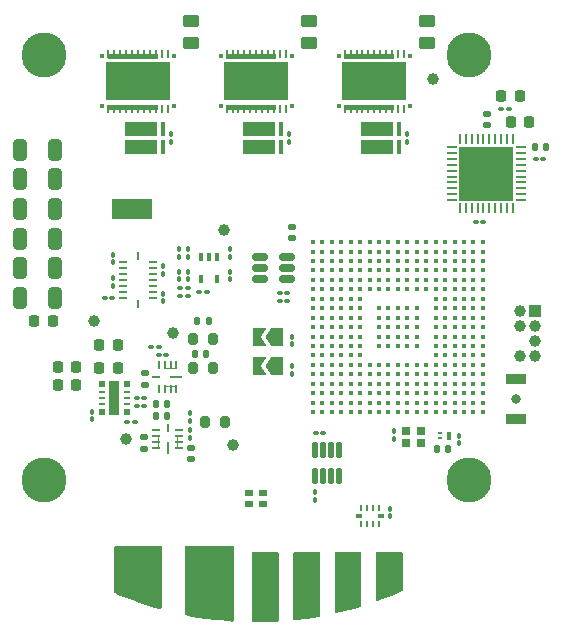
<source format=gts>
%TF.GenerationSoftware,KiCad,Pcbnew,8.0.7-8.0.7-0~ubuntu22.04.1*%
%TF.CreationDate,2024-12-19T17:18:25+01:00*%
%TF.ProjectId,omodri_sa_laas,6f6d6f64-7269-45f7-9361-5f6c6161732e,1.0*%
%TF.SameCoordinates,Original*%
%TF.FileFunction,Soldermask,Top*%
%TF.FilePolarity,Negative*%
%FSLAX46Y46*%
G04 Gerber Fmt 4.6, Leading zero omitted, Abs format (unit mm)*
G04 Created by KiCad (PCBNEW 8.0.7-8.0.7-0~ubuntu22.04.1) date 2024-12-19 17:18:25*
%MOMM*%
%LPD*%
G01*
G04 APERTURE LIST*
G04 Aperture macros list*
%AMRoundRect*
0 Rectangle with rounded corners*
0 $1 Rounding radius*
0 $2 $3 $4 $5 $6 $7 $8 $9 X,Y pos of 4 corners*
0 Add a 4 corners polygon primitive as box body*
4,1,4,$2,$3,$4,$5,$6,$7,$8,$9,$2,$3,0*
0 Add four circle primitives for the rounded corners*
1,1,$1+$1,$2,$3*
1,1,$1+$1,$4,$5*
1,1,$1+$1,$6,$7*
1,1,$1+$1,$8,$9*
0 Add four rect primitives between the rounded corners*
20,1,$1+$1,$2,$3,$4,$5,0*
20,1,$1+$1,$4,$5,$6,$7,0*
20,1,$1+$1,$6,$7,$8,$9,0*
20,1,$1+$1,$8,$9,$2,$3,0*%
%AMFreePoly0*
4,1,6,1.000000,0.000000,0.500000,-0.750000,-0.500000,-0.750000,-0.500000,0.750000,0.500000,0.750000,1.000000,0.000000,1.000000,0.000000,$1*%
%AMFreePoly1*
4,1,6,0.500000,-0.750000,-0.650000,-0.750000,-0.150000,0.000000,-0.650000,0.750000,0.500000,0.750000,0.500000,-0.750000,0.500000,-0.750000,$1*%
G04 Aperture macros list end*
%ADD10C,0.120000*%
%ADD11RoundRect,0.140000X0.140000X0.170000X-0.140000X0.170000X-0.140000X-0.170000X0.140000X-0.170000X0*%
%ADD12RoundRect,0.100000X-0.130000X-0.100000X0.130000X-0.100000X0.130000X0.100000X-0.130000X0.100000X0*%
%ADD13RoundRect,0.250000X-0.325000X-0.650000X0.325000X-0.650000X0.325000X0.650000X-0.325000X0.650000X0*%
%ADD14RoundRect,0.225000X-0.225000X-0.250000X0.225000X-0.250000X0.225000X0.250000X-0.225000X0.250000X0*%
%ADD15RoundRect,0.100000X0.100000X-0.130000X0.100000X0.130000X-0.100000X0.130000X-0.100000X-0.130000X0*%
%ADD16RoundRect,0.200000X-0.200000X-0.275000X0.200000X-0.275000X0.200000X0.275000X-0.200000X0.275000X0*%
%ADD17RoundRect,0.100000X-0.100000X0.130000X-0.100000X-0.130000X0.100000X-0.130000X0.100000X0.130000X0*%
%ADD18R,0.250000X0.800000*%
%ADD19R,0.250000X0.700000*%
%ADD20R,1.100000X0.250000*%
%ADD21R,0.700000X0.250000*%
%ADD22R,2.700000X1.150000*%
%ADD23R,0.350000X1.150000*%
%ADD24R,0.250000X0.550000*%
%ADD25R,0.200000X0.550000*%
%ADD26R,0.600000X0.300000*%
%ADD27R,0.249999X0.700001*%
%ADD28R,0.375001X0.429999*%
%ADD29R,5.399999X3.300001*%
%ADD30RoundRect,0.100000X0.130000X0.100000X-0.130000X0.100000X-0.130000X-0.100000X0.130000X-0.100000X0*%
%ADD31C,2.600000*%
%ADD32C,3.800000*%
%ADD33RoundRect,0.250000X-0.450000X0.262500X-0.450000X-0.262500X0.450000X-0.262500X0.450000X0.262500X0*%
%ADD34R,0.675000X0.250000*%
%ADD35R,0.250000X0.675000*%
%ADD36RoundRect,0.125000X-0.125000X0.537500X-0.125000X-0.537500X0.125000X-0.537500X0.125000X0.537500X0*%
%ADD37R,0.400000X0.250000*%
%ADD38R,0.400000X0.700000*%
%ADD39R,0.800000X0.250000*%
%ADD40R,0.250000X1.100000*%
%ADD41RoundRect,0.147500X0.147500X0.172500X-0.147500X0.172500X-0.147500X-0.172500X0.147500X-0.172500X0*%
%ADD42RoundRect,0.140000X-0.170000X0.140000X-0.170000X-0.140000X0.170000X-0.140000X0.170000X0.140000X0*%
%ADD43R,0.550000X0.550000*%
%ADD44R,0.550000X0.250000*%
%ADD45R,0.900000X2.900000*%
%ADD46R,1.000000X1.000000*%
%ADD47C,1.000000*%
%ADD48R,0.800000X0.700000*%
%ADD49RoundRect,0.140000X0.170000X-0.140000X0.170000X0.140000X-0.170000X0.140000X-0.170000X-0.140000X0*%
%ADD50C,0.400000*%
%ADD51RoundRect,0.150000X-0.512500X-0.150000X0.512500X-0.150000X0.512500X0.150000X-0.512500X0.150000X0*%
%ADD52R,0.762000X0.508000*%
%ADD53RoundRect,0.225000X0.225000X0.250000X-0.225000X0.250000X-0.225000X-0.250000X0.225000X-0.250000X0*%
%ADD54FreePoly0,180.000000*%
%ADD55FreePoly1,180.000000*%
%ADD56RoundRect,0.062500X-0.062500X0.350000X-0.062500X-0.350000X0.062500X-0.350000X0.062500X0.350000X0*%
%ADD57RoundRect,0.062500X-0.350000X0.062500X-0.350000X-0.062500X0.350000X-0.062500X0.350000X0.062500X0*%
%ADD58R,4.600000X4.600000*%
%ADD59RoundRect,0.140000X-0.140000X-0.170000X0.140000X-0.170000X0.140000X0.170000X-0.140000X0.170000X0*%
%ADD60C,0.800000*%
%ADD61R,1.700000X0.900000*%
%ADD62R,3.400000X1.800000*%
%ADD63RoundRect,0.100000X-0.100000X0.225000X-0.100000X-0.225000X0.100000X-0.225000X0.100000X0.225000X0*%
G04 APERTURE END LIST*
D10*
%TO.C,U13*%
X142250000Y-128475000D02*
X143250000Y-128475000D01*
X142250000Y-130025000D02*
X143250000Y-130025000D01*
%TO.C,Q1*%
X161575000Y-102200000D02*
X157425000Y-102200000D01*
X157425000Y-101900000D01*
X161575000Y-101900000D01*
X161575000Y-102200000D01*
G36*
X161575000Y-102200000D02*
G01*
X157425000Y-102200000D01*
X157425000Y-101900000D01*
X161575000Y-101900000D01*
X161575000Y-102200000D01*
G37*
X161575000Y-106500000D02*
X157425000Y-106500000D01*
X157425000Y-106200000D01*
X161575000Y-106200000D01*
X161575000Y-106500000D01*
G36*
X161575000Y-106500000D02*
G01*
X157425000Y-106500000D01*
X157425000Y-106200000D01*
X161575000Y-106200000D01*
X161575000Y-106500000D01*
G37*
%TO.C,Q2*%
X151575000Y-102200000D02*
X147425000Y-102200000D01*
X147425000Y-101900000D01*
X151575000Y-101900000D01*
X151575000Y-102200000D01*
G36*
X151575000Y-102200000D02*
G01*
X147425000Y-102200000D01*
X147425000Y-101900000D01*
X151575000Y-101900000D01*
X151575000Y-102200000D01*
G37*
X151575000Y-106500000D02*
X147425000Y-106500000D01*
X147425000Y-106200000D01*
X151575000Y-106200000D01*
X151575000Y-106500000D01*
G36*
X151575000Y-106500000D02*
G01*
X147425000Y-106500000D01*
X147425000Y-106200000D01*
X151575000Y-106200000D01*
X151575000Y-106500000D01*
G37*
%TO.C,Q3*%
X141575000Y-102200000D02*
X137425000Y-102200000D01*
X137425000Y-101900000D01*
X141575000Y-101900000D01*
X141575000Y-102200000D01*
G36*
X141575000Y-102200000D02*
G01*
X137425000Y-102200000D01*
X137425000Y-101900000D01*
X141575000Y-101900000D01*
X141575000Y-102200000D01*
G37*
X141575000Y-106500000D02*
X137425000Y-106500000D01*
X137425000Y-106200000D01*
X141575000Y-106200000D01*
X141575000Y-106500000D01*
G36*
X141575000Y-106500000D02*
G01*
X137425000Y-106500000D01*
X137425000Y-106200000D01*
X141575000Y-106200000D01*
X141575000Y-106500000D01*
G37*
%TO.C,U14*%
X141725000Y-134250000D02*
X141725000Y-135250000D01*
X143275000Y-134250000D02*
X143275000Y-135250000D01*
%TD*%
D11*
%TO.C,C51*%
X174580000Y-109750000D03*
X173620000Y-109750000D03*
%TD*%
D12*
%TO.C,C50*%
X170750000Y-106500000D03*
X171390000Y-106500000D03*
%TD*%
%TO.C,C48*%
X168610000Y-116100000D03*
X169250000Y-116100000D03*
%TD*%
D13*
%TO.C,C76*%
X130025000Y-110000000D03*
X132975000Y-110000000D03*
%TD*%
D14*
%TO.C,C53*%
X171575000Y-107600000D03*
X173125000Y-107600000D03*
%TD*%
D12*
%TO.C,C52*%
X173680000Y-110750000D03*
X174320000Y-110750000D03*
%TD*%
D13*
%TO.C,C71*%
X130025000Y-122500000D03*
X132975000Y-122500000D03*
%TD*%
D15*
%TO.C,C66*%
X137900000Y-121500000D03*
X137900000Y-120860000D03*
%TD*%
%TO.C,C55*%
X152800000Y-109320000D03*
X152800000Y-108680000D03*
%TD*%
D16*
%TO.C,FB3*%
X145675000Y-133000000D03*
X147325000Y-133000000D03*
%TD*%
D17*
%TO.C,R1*%
X142100000Y-122180000D03*
X142100000Y-122820000D03*
%TD*%
D18*
%TO.C,U13*%
X141750000Y-130200000D03*
D19*
X142250000Y-130250000D03*
X142750000Y-130250000D03*
X143250000Y-130250000D03*
D20*
X143250000Y-129250000D03*
D19*
X143250000Y-128250000D03*
X142750000Y-128250000D03*
X142250000Y-128250000D03*
X141750000Y-128250000D03*
D21*
X141550000Y-129250000D03*
%TD*%
D22*
%TO.C,R27*%
X140275000Y-108225000D03*
D23*
X142100000Y-108225000D03*
X142100000Y-109775000D03*
D22*
X140275000Y-109775000D03*
%TD*%
D24*
%TO.C,U5*%
X160400000Y-140325000D03*
D25*
X159900000Y-140325000D03*
X159400000Y-140325000D03*
D24*
X158900000Y-140325000D03*
D26*
X158750000Y-141000000D03*
D24*
X158900000Y-141675000D03*
D25*
X159400000Y-141675000D03*
X159900000Y-141675000D03*
D24*
X160400000Y-141675000D03*
D26*
X160550000Y-141000000D03*
%TD*%
D27*
%TO.C,Q1*%
X162500000Y-101850000D03*
X162000001Y-101850000D03*
X161500000Y-101850000D03*
X161000001Y-101850000D03*
X160499999Y-101850000D03*
X160000000Y-101850000D03*
X159500001Y-101850000D03*
X158999999Y-101850000D03*
X158500000Y-101850000D03*
X157999999Y-101850000D03*
X157500000Y-101850000D03*
X157500000Y-106550000D03*
X157999999Y-106550000D03*
X158500000Y-106550000D03*
X158999999Y-106550000D03*
X159500001Y-106550000D03*
X160000000Y-106550000D03*
X160499999Y-106550000D03*
X161000001Y-106550000D03*
X161500000Y-106550000D03*
X162000001Y-106550000D03*
X162500000Y-106550000D03*
D28*
X163012999Y-102085000D03*
X156987001Y-102085000D03*
X156987001Y-106315000D03*
X163012999Y-106315000D03*
D29*
X160000000Y-104200000D03*
%TD*%
D30*
%TO.C,R43*%
X139715000Y-133000000D03*
X139075000Y-133000000D03*
%TD*%
%TO.C,R44*%
X140520000Y-131700000D03*
X139880000Y-131700000D03*
%TD*%
D31*
%TO.C,H1*%
X132000000Y-137950000D03*
D32*
X132000000Y-137950000D03*
%TD*%
D33*
%TO.C,R15*%
X164500000Y-99087500D03*
X164500000Y-100912500D03*
%TD*%
D22*
%TO.C,R16*%
X160275000Y-108225000D03*
D23*
X162100000Y-108225000D03*
X162100000Y-109775000D03*
D22*
X160275000Y-109775000D03*
%TD*%
D17*
%TO.C,R52*%
X147800000Y-118410000D03*
X147800000Y-119050000D03*
%TD*%
D15*
%TO.C,C63*%
X161350000Y-141000000D03*
X161350000Y-140360000D03*
%TD*%
%TO.C,R50*%
X143500000Y-119050000D03*
X143500000Y-118410000D03*
%TD*%
%TO.C,C65*%
X142100000Y-120500000D03*
X142100000Y-119860000D03*
%TD*%
D34*
%TO.C,U7*%
X141262500Y-119500000D03*
X141262500Y-120000000D03*
X141262500Y-120500000D03*
X141262500Y-121000000D03*
X141262500Y-121500000D03*
X141262500Y-122000000D03*
X141262500Y-122500000D03*
D35*
X140000000Y-123012500D03*
D34*
X138737500Y-122500000D03*
X138737500Y-122000000D03*
X138737500Y-121500000D03*
X138737500Y-121000000D03*
X138737500Y-120500000D03*
X138737500Y-120000000D03*
X138737500Y-119500000D03*
D35*
X140000000Y-118987500D03*
%TD*%
D15*
%TO.C,R49*%
X144400000Y-132920000D03*
X144400000Y-132280000D03*
%TD*%
%TO.C,R37*%
X167200000Y-134820000D03*
X167200000Y-134180000D03*
%TD*%
D17*
%TO.C,R53*%
X144200000Y-118410000D03*
X144200000Y-119050000D03*
%TD*%
D16*
%TO.C,FB1*%
X144675000Y-128500000D03*
X146325000Y-128500000D03*
%TD*%
%TO.C,FB2*%
X144675000Y-126000000D03*
X146325000Y-126000000D03*
%TD*%
D15*
%TO.C,R30*%
X155025000Y-139620000D03*
X155025000Y-138980000D03*
%TD*%
D33*
%TO.C,R18*%
X154500000Y-99087500D03*
X154500000Y-100912500D03*
%TD*%
D36*
%TO.C,U4*%
X156975000Y-135362500D03*
X156325000Y-135362500D03*
X155675000Y-135362500D03*
X155025000Y-135362500D03*
X155025000Y-137637500D03*
X155675000Y-137637500D03*
X156325000Y-137637500D03*
X156975000Y-137637500D03*
%TD*%
D22*
%TO.C,R19*%
X150275000Y-108225000D03*
D23*
X152100000Y-108225000D03*
X152100000Y-109775000D03*
D22*
X150275000Y-109775000D03*
%TD*%
D30*
%TO.C,R45*%
X140520000Y-131000000D03*
X139880000Y-131000000D03*
%TD*%
D15*
%TO.C,C47*%
X162800000Y-109320000D03*
X162800000Y-108680000D03*
%TD*%
D27*
%TO.C,Q2*%
X152500000Y-101850000D03*
X152000001Y-101850000D03*
X151500000Y-101850000D03*
X151000001Y-101850000D03*
X150499999Y-101850000D03*
X150000000Y-101850000D03*
X149500001Y-101850000D03*
X148999999Y-101850000D03*
X148500000Y-101850000D03*
X147999999Y-101850000D03*
X147500000Y-101850000D03*
X147500000Y-106550000D03*
X147999999Y-106550000D03*
X148500000Y-106550000D03*
X148999999Y-106550000D03*
X149500001Y-106550000D03*
X150000000Y-106550000D03*
X150499999Y-106550000D03*
X151000001Y-106550000D03*
X151500000Y-106550000D03*
X152000001Y-106550000D03*
X152500000Y-106550000D03*
D28*
X153012999Y-102085000D03*
X146987001Y-102085000D03*
X146987001Y-106315000D03*
X153012999Y-106315000D03*
D29*
X150000000Y-104200000D03*
%TD*%
D27*
%TO.C,Q3*%
X142500000Y-101850000D03*
X142000001Y-101850000D03*
X141500000Y-101850000D03*
X141000001Y-101850000D03*
X140499999Y-101850000D03*
X140000000Y-101850000D03*
X139500001Y-101850000D03*
X138999999Y-101850000D03*
X138500000Y-101850000D03*
X137999999Y-101850000D03*
X137500000Y-101850000D03*
X137500000Y-106550000D03*
X137999999Y-106550000D03*
X138500000Y-106550000D03*
X138999999Y-106550000D03*
X139500001Y-106550000D03*
X140000000Y-106550000D03*
X140499999Y-106550000D03*
X141000001Y-106550000D03*
X141500000Y-106550000D03*
X142000001Y-106550000D03*
X142500000Y-106550000D03*
D28*
X143012999Y-102085000D03*
X136987001Y-102085000D03*
X136987001Y-106315000D03*
X143012999Y-106315000D03*
D29*
X140000000Y-104200000D03*
%TD*%
D37*
%TO.C,Q4*%
X165600000Y-133955000D03*
X165600000Y-134405000D03*
D38*
X166300000Y-134180000D03*
%TD*%
D17*
%TO.C,R54*%
X144200000Y-120310000D03*
X144200000Y-120950000D03*
%TD*%
D39*
%TO.C,U14*%
X141550000Y-133750000D03*
D21*
X141500000Y-134250000D03*
X141500000Y-134750000D03*
X141500000Y-135250000D03*
D40*
X142500000Y-135250000D03*
D21*
X143500000Y-135250000D03*
X143500000Y-134750000D03*
X143500000Y-134250000D03*
X143500000Y-133750000D03*
D19*
X142500000Y-133550000D03*
%TD*%
D14*
%TO.C,C49*%
X170750000Y-105400000D03*
X172300000Y-105400000D03*
%TD*%
D41*
%TO.C,D6*%
X166285000Y-135280000D03*
X165315000Y-135280000D03*
%TD*%
D42*
%TO.C,C45*%
X169565000Y-106940000D03*
X169565000Y-107900000D03*
%TD*%
D43*
%TO.C,U12*%
X136925000Y-129837500D03*
D44*
X136925000Y-130500000D03*
X136925000Y-131000000D03*
X136925000Y-131500000D03*
D43*
X136925000Y-132162500D03*
X139075000Y-132162500D03*
D44*
X139075000Y-131500000D03*
X139075000Y-131000000D03*
X139075000Y-130500000D03*
D43*
X139075000Y-129837500D03*
D45*
X138000000Y-131000000D03*
%TD*%
D46*
%TO.C,J3*%
X173635000Y-123595000D03*
D47*
X172365000Y-123595000D03*
X173635000Y-124865000D03*
X172365000Y-124865000D03*
X173635000Y-126135000D03*
X173635000Y-127405000D03*
X172365000Y-127405000D03*
%TD*%
D30*
%TO.C,R2*%
X137820000Y-122500000D03*
X137180000Y-122500000D03*
%TD*%
D48*
%TO.C,X1*%
X162700000Y-134800000D03*
X164000000Y-134800000D03*
X164000000Y-133800000D03*
X162700000Y-133800000D03*
%TD*%
D13*
%TO.C,C75*%
X130025000Y-112500000D03*
X132975000Y-112500000D03*
%TD*%
D17*
%TO.C,C104*%
X143500000Y-120310000D03*
X143500000Y-120950000D03*
%TD*%
D33*
%TO.C,R21*%
X144500000Y-99087500D03*
X144500000Y-100912500D03*
%TD*%
D15*
%TO.C,R3*%
X137900000Y-119500000D03*
X137900000Y-118860000D03*
%TD*%
D47*
%TO.C,TP7*%
X147300000Y-116750000D03*
%TD*%
D12*
%TO.C,R51*%
X143580000Y-121700000D03*
X144220000Y-121700000D03*
%TD*%
D47*
%TO.C,TP3*%
X136250000Y-124500000D03*
%TD*%
D31*
%TO.C,H4*%
X168000000Y-137950000D03*
D32*
X168000000Y-137950000D03*
%TD*%
D49*
%TO.C,C93*%
X140600000Y-129880000D03*
X140600000Y-128920000D03*
%TD*%
D13*
%TO.C,C74*%
X130025000Y-115000000D03*
X132975000Y-115000000D03*
%TD*%
D50*
%TO.C,U1*%
X169200000Y-117800000D03*
X169200000Y-118600000D03*
X169200000Y-119400000D03*
X169200000Y-120200000D03*
X169200000Y-121000000D03*
X169200000Y-121800000D03*
X169200000Y-122600000D03*
X169200000Y-123400000D03*
X169200000Y-124200000D03*
X169200000Y-125000000D03*
X169200000Y-125800000D03*
X169200000Y-126600000D03*
X169200000Y-127400000D03*
X169200000Y-128200000D03*
X169200000Y-129000000D03*
X169200000Y-129800000D03*
X169200000Y-130600000D03*
X169200000Y-131400000D03*
X169200000Y-132200000D03*
X168400000Y-117800000D03*
X168400000Y-118600000D03*
X168400000Y-119400000D03*
X168400000Y-120200000D03*
X168400000Y-121000000D03*
X168400000Y-121800000D03*
X168400000Y-122600000D03*
X168400000Y-123400000D03*
X168400000Y-124200000D03*
X168400000Y-125000000D03*
X168400000Y-125800000D03*
X168400000Y-126600000D03*
X168400000Y-127400000D03*
X168400000Y-128200000D03*
X168400000Y-129000000D03*
X168400000Y-129800000D03*
X168400000Y-130600000D03*
X168400000Y-131400000D03*
X168400000Y-132200000D03*
X167600000Y-117800000D03*
X167600000Y-118600000D03*
X167600000Y-119400000D03*
X167600000Y-120200000D03*
X167600000Y-121000000D03*
X167600000Y-121800000D03*
X167600000Y-122600000D03*
X167600000Y-123400000D03*
X167600000Y-124200000D03*
X167600000Y-125000000D03*
X167600000Y-125800000D03*
X167600000Y-126600000D03*
X167600000Y-127400000D03*
X167600000Y-128200000D03*
X167600000Y-129000000D03*
X167600000Y-129800000D03*
X167600000Y-130600000D03*
X167600000Y-131400000D03*
X167600000Y-132200000D03*
X166800000Y-117800000D03*
X166800000Y-118600000D03*
X166800000Y-119400000D03*
X166800000Y-120200000D03*
X166800000Y-121000000D03*
X166800000Y-121800000D03*
X166800000Y-122600000D03*
X166800000Y-123400000D03*
X166800000Y-124200000D03*
X166800000Y-125000000D03*
X166800000Y-125800000D03*
X166800000Y-126600000D03*
X166800000Y-127400000D03*
X166800000Y-128200000D03*
X166800000Y-129000000D03*
X166800000Y-129800000D03*
X166800000Y-130600000D03*
X166800000Y-131400000D03*
X166800000Y-132200000D03*
X166000000Y-117800000D03*
X166000000Y-118600000D03*
X166000000Y-119400000D03*
X166000000Y-120200000D03*
X166000000Y-121000000D03*
X166000000Y-121800000D03*
X166000000Y-122600000D03*
X166000000Y-123400000D03*
X166000000Y-124200000D03*
X166000000Y-125000000D03*
X166000000Y-125800000D03*
X166000000Y-126600000D03*
X166000000Y-127400000D03*
X166000000Y-128200000D03*
X166000000Y-129000000D03*
X166000000Y-129800000D03*
X166000000Y-130600000D03*
X166000000Y-131400000D03*
X166000000Y-132200000D03*
X165200000Y-117800000D03*
X165200000Y-118600000D03*
X165200000Y-119400000D03*
X165200000Y-120200000D03*
X165200000Y-121000000D03*
X165200000Y-121800000D03*
X165200000Y-122600000D03*
X165200000Y-123400000D03*
X165200000Y-124200000D03*
X165200000Y-125000000D03*
X165200000Y-125800000D03*
X165200000Y-126600000D03*
X165200000Y-127400000D03*
X165200000Y-128200000D03*
X165200000Y-129000000D03*
X165200000Y-129800000D03*
X165200000Y-130600000D03*
X165200000Y-131400000D03*
X165200000Y-132200000D03*
X164400000Y-117800000D03*
X164400000Y-118600000D03*
X164400000Y-119400000D03*
X164400000Y-120200000D03*
X164400000Y-121000000D03*
X164400000Y-121800000D03*
X164400000Y-128200000D03*
X164400000Y-129000000D03*
X164400000Y-129800000D03*
X164400000Y-130600000D03*
X164400000Y-131400000D03*
X164400000Y-132200000D03*
X163600000Y-117800000D03*
X163600000Y-118600000D03*
X163600000Y-119400000D03*
X163600000Y-120200000D03*
X163600000Y-121000000D03*
X163600000Y-121800000D03*
X163600000Y-123400000D03*
X163600000Y-124200000D03*
X163600000Y-125000000D03*
X163600000Y-125800000D03*
X163600000Y-126600000D03*
X163600000Y-128200000D03*
X163600000Y-129000000D03*
X163600000Y-129800000D03*
X163600000Y-130600000D03*
X163600000Y-131400000D03*
X163600000Y-132200000D03*
X162800000Y-117800000D03*
X162800000Y-118600000D03*
X162800000Y-119400000D03*
X162800000Y-120200000D03*
X162800000Y-121000000D03*
X162800000Y-121800000D03*
X162800000Y-123400000D03*
X162800000Y-124200000D03*
X162800000Y-125000000D03*
X162800000Y-125800000D03*
X162800000Y-126600000D03*
X162800000Y-128200000D03*
X162800000Y-129000000D03*
X162800000Y-129800000D03*
X162800000Y-130600000D03*
X162800000Y-131400000D03*
X162800000Y-132200000D03*
X162000000Y-117800000D03*
X162000000Y-118600000D03*
X162000000Y-119400000D03*
X162000000Y-120200000D03*
X162000000Y-121000000D03*
X162000000Y-121800000D03*
X162000000Y-123400000D03*
X162000000Y-124200000D03*
X162000000Y-125000000D03*
X162000000Y-125800000D03*
X162000000Y-126600000D03*
X162000000Y-128200000D03*
X162000000Y-129000000D03*
X162000000Y-129800000D03*
X162000000Y-130600000D03*
X162000000Y-131400000D03*
X162000000Y-132200000D03*
X161200000Y-117800000D03*
X161200000Y-118600000D03*
X161200000Y-119400000D03*
X161200000Y-120200000D03*
X161200000Y-121000000D03*
X161200000Y-121800000D03*
X161200000Y-123400000D03*
X161200000Y-124200000D03*
X161200000Y-125000000D03*
X161200000Y-125800000D03*
X161200000Y-126600000D03*
X161200000Y-128200000D03*
X161200000Y-129000000D03*
X161200000Y-129800000D03*
X161200000Y-130600000D03*
X161200000Y-131400000D03*
X161200000Y-132200000D03*
X160400000Y-117800000D03*
X160400000Y-118600000D03*
X160400000Y-119400000D03*
X160400000Y-120200000D03*
X160400000Y-121000000D03*
X160400000Y-121800000D03*
X160400000Y-123400000D03*
X160400000Y-124200000D03*
X160400000Y-125000000D03*
X160400000Y-125800000D03*
X160400000Y-126600000D03*
X160400000Y-128200000D03*
X160400000Y-129000000D03*
X160400000Y-129800000D03*
X160400000Y-130600000D03*
X160400000Y-131400000D03*
X160400000Y-132200000D03*
X159600000Y-117800000D03*
X159600000Y-118600000D03*
X159600000Y-119400000D03*
X159600000Y-120200000D03*
X159600000Y-121000000D03*
X159600000Y-121800000D03*
X159600000Y-128200000D03*
X159600000Y-129000000D03*
X159600000Y-129800000D03*
X159600000Y-130600000D03*
X159600000Y-131400000D03*
X159600000Y-132200000D03*
X158800000Y-117800000D03*
X158800000Y-118600000D03*
X158800000Y-119400000D03*
X158800000Y-120200000D03*
X158800000Y-121000000D03*
X158800000Y-121800000D03*
X158800000Y-122600000D03*
X158800000Y-123400000D03*
X158800000Y-124200000D03*
X158800000Y-125000000D03*
X158800000Y-125800000D03*
X158800000Y-126600000D03*
X158800000Y-127400000D03*
X158800000Y-128200000D03*
X158800000Y-129000000D03*
X158800000Y-129800000D03*
X158800000Y-130600000D03*
X158800000Y-131400000D03*
X158800000Y-132200000D03*
X158000000Y-117800000D03*
X158000000Y-118600000D03*
X158000000Y-119400000D03*
X158000000Y-120200000D03*
X158000000Y-121000000D03*
X158000000Y-121800000D03*
X158000000Y-122600000D03*
X158000000Y-123400000D03*
X158000000Y-124200000D03*
X158000000Y-125000000D03*
X158000000Y-125800000D03*
X158000000Y-126600000D03*
X158000000Y-127400000D03*
X158000000Y-128200000D03*
X158000000Y-129000000D03*
X158000000Y-129800000D03*
X158000000Y-130600000D03*
X158000000Y-131400000D03*
X158000000Y-132200000D03*
X157200000Y-117800000D03*
X157200000Y-118600000D03*
X157200000Y-119400000D03*
X157200000Y-120200000D03*
X157200000Y-121000000D03*
X157200000Y-121800000D03*
X157200000Y-122600000D03*
X157200000Y-123400000D03*
X157200000Y-124200000D03*
X157200000Y-125000000D03*
X157200000Y-125800000D03*
X157200000Y-126600000D03*
X157200000Y-127400000D03*
X157200000Y-128200000D03*
X157200000Y-129000000D03*
X157200000Y-129800000D03*
X157200000Y-130600000D03*
X157200000Y-131400000D03*
X157200000Y-132200000D03*
X156400000Y-117800000D03*
X156400000Y-118600000D03*
X156400000Y-119400000D03*
X156400000Y-120200000D03*
X156400000Y-121000000D03*
X156400000Y-121800000D03*
X156400000Y-122600000D03*
X156400000Y-123400000D03*
X156400000Y-124200000D03*
X156400000Y-125000000D03*
X156400000Y-125800000D03*
X156400000Y-126600000D03*
X156400000Y-127400000D03*
X156400000Y-128200000D03*
X156400000Y-129000000D03*
X156400000Y-129800000D03*
X156400000Y-130600000D03*
X156400000Y-131400000D03*
X156400000Y-132200000D03*
X155600000Y-117800000D03*
X155600000Y-118600000D03*
X155600000Y-119400000D03*
X155600000Y-120200000D03*
X155600000Y-121000000D03*
X155600000Y-121800000D03*
X155600000Y-122600000D03*
X155600000Y-123400000D03*
X155600000Y-124200000D03*
X155600000Y-125000000D03*
X155600000Y-125800000D03*
X155600000Y-126600000D03*
X155600000Y-127400000D03*
X155600000Y-128200000D03*
X155600000Y-129000000D03*
X155600000Y-129800000D03*
X155600000Y-130600000D03*
X155600000Y-131400000D03*
X155600000Y-132200000D03*
X154800000Y-117800000D03*
X154800000Y-118600000D03*
X154800000Y-119400000D03*
X154800000Y-120200000D03*
X154800000Y-121000000D03*
X154800000Y-121800000D03*
X154800000Y-122600000D03*
X154800000Y-123400000D03*
X154800000Y-124200000D03*
X154800000Y-125000000D03*
X154800000Y-125800000D03*
X154800000Y-126600000D03*
X154800000Y-127400000D03*
X154800000Y-128200000D03*
X154800000Y-129000000D03*
X154800000Y-129800000D03*
X154800000Y-130600000D03*
X154800000Y-131400000D03*
X154800000Y-132200000D03*
%TD*%
D51*
%TO.C,U15*%
X150362500Y-119050000D03*
X150362500Y-120000000D03*
X150362500Y-120950000D03*
X152637500Y-120950000D03*
X152637500Y-120000000D03*
X152637500Y-119050000D03*
%TD*%
D42*
%TO.C,C99*%
X144500000Y-135220000D03*
X144500000Y-136180000D03*
%TD*%
D47*
%TO.C,TP2*%
X165000000Y-104000000D03*
%TD*%
D52*
%TO.C,D5*%
X150572201Y-139025000D03*
X149427799Y-139025000D03*
X149427799Y-139975000D03*
X150572201Y-139975000D03*
%TD*%
D42*
%TO.C,C96*%
X140500000Y-134320000D03*
X140500000Y-135280000D03*
%TD*%
D53*
%TO.C,C91*%
X134775000Y-129900000D03*
X133225000Y-129900000D03*
%TD*%
D14*
%TO.C,C90*%
X136725000Y-126500000D03*
X138275000Y-126500000D03*
%TD*%
D17*
%TO.C,C97*%
X136100000Y-132162500D03*
X136100000Y-132802500D03*
%TD*%
D12*
%TO.C,D2*%
X145180000Y-122000000D03*
X145820000Y-122000000D03*
%TD*%
D54*
%TO.C,JP2*%
X151725000Y-128300000D03*
D55*
X150275000Y-128300000D03*
%TD*%
D31*
%TO.C,H3*%
X132000000Y-101950000D03*
D32*
X132000000Y-101950000D03*
%TD*%
D56*
%TO.C,U2*%
X171750000Y-109062500D03*
X171250000Y-109062500D03*
X170750000Y-109062500D03*
X170250000Y-109062500D03*
X169750000Y-109062500D03*
X169250000Y-109062500D03*
X168750000Y-109062500D03*
X168250000Y-109062500D03*
X167750000Y-109062500D03*
X167250000Y-109062500D03*
D57*
X166562500Y-109750000D03*
X166562500Y-110250000D03*
X166562500Y-110750000D03*
X166562500Y-111250000D03*
X166562500Y-111750000D03*
X166562500Y-112250000D03*
X166562500Y-112750000D03*
X166562500Y-113250000D03*
X166562500Y-113750000D03*
X166562500Y-114250000D03*
D56*
X167250000Y-114937500D03*
X167750000Y-114937500D03*
X168250000Y-114937500D03*
X168750000Y-114937500D03*
X169250000Y-114937500D03*
X169750000Y-114937500D03*
X170250000Y-114937500D03*
X170750000Y-114937500D03*
X171250000Y-114937500D03*
X171750000Y-114937500D03*
D57*
X172437500Y-114250000D03*
X172437500Y-113750000D03*
X172437500Y-113250000D03*
X172437500Y-112750000D03*
X172437500Y-112250000D03*
X172437500Y-111750000D03*
X172437500Y-111250000D03*
X172437500Y-110750000D03*
X172437500Y-110250000D03*
X172437500Y-109750000D03*
D58*
X169500000Y-112000000D03*
%TD*%
D59*
%TO.C,C94*%
X141520000Y-131500000D03*
X142480000Y-131500000D03*
%TD*%
D17*
%TO.C,C70*%
X161700000Y-133800000D03*
X161700000Y-134440000D03*
%TD*%
D14*
%TO.C,C88*%
X131225000Y-124500000D03*
X132775000Y-124500000D03*
%TD*%
D53*
%TO.C,C92*%
X134775000Y-128400000D03*
X133225000Y-128400000D03*
%TD*%
D60*
%TO.C,SW1*%
X172000000Y-131100000D03*
D61*
X172000000Y-132800000D03*
X172000000Y-129400000D03*
%TD*%
D49*
%TO.C,C44*%
X153000000Y-117480000D03*
X153000000Y-116520000D03*
%TD*%
D30*
%TO.C,R47*%
X141750000Y-126650000D03*
X141110000Y-126650000D03*
%TD*%
D15*
%TO.C,R8*%
X153000000Y-126440000D03*
X153000000Y-125800000D03*
%TD*%
D30*
%TO.C,R46*%
X142390000Y-127350000D03*
X141750000Y-127350000D03*
%TD*%
D15*
%TO.C,C102*%
X147800000Y-120950000D03*
X147800000Y-120310000D03*
%TD*%
D54*
%TO.C,JP1*%
X151725000Y-125800000D03*
D55*
X150275000Y-125800000D03*
%TD*%
D30*
%TO.C,C100*%
X152637500Y-122100000D03*
X151997500Y-122100000D03*
%TD*%
D59*
%TO.C,C98*%
X144820000Y-127250000D03*
X145780000Y-127250000D03*
%TD*%
%TO.C,C95*%
X141520000Y-132500000D03*
X142480000Y-132500000D03*
%TD*%
D31*
%TO.C,H2*%
X168000000Y-101950000D03*
D32*
X168000000Y-101950000D03*
%TD*%
D47*
%TO.C,TP5*%
X143000000Y-125500000D03*
%TD*%
D14*
%TO.C,C89*%
X136725000Y-128500000D03*
X138275000Y-128500000D03*
%TD*%
D15*
%TO.C,R9*%
X153000000Y-128940000D03*
X153000000Y-128300000D03*
%TD*%
D62*
%TO.C,TP1*%
X139500000Y-115000000D03*
%TD*%
D47*
%TO.C,TP6*%
X148000000Y-135000000D03*
%TD*%
D63*
%TO.C,U16*%
X146650000Y-119050000D03*
X146000000Y-119050000D03*
X145350000Y-119050000D03*
X145350000Y-120950000D03*
X146650000Y-120950000D03*
%TD*%
D13*
%TO.C,C72*%
X130025000Y-120000000D03*
X132975000Y-120000000D03*
%TD*%
D47*
%TO.C,TP4*%
X139000000Y-134500000D03*
%TD*%
D15*
%TO.C,R48*%
X144400000Y-134390000D03*
X144400000Y-133750000D03*
%TD*%
%TO.C,C60*%
X142800000Y-109320000D03*
X142800000Y-108680000D03*
%TD*%
D13*
%TO.C,C73*%
X130025000Y-117500000D03*
X132975000Y-117500000D03*
%TD*%
D30*
%TO.C,C103*%
X144220000Y-122400000D03*
X143580000Y-122400000D03*
%TD*%
D11*
%TO.C,C40*%
X145980000Y-124500000D03*
X145020000Y-124500000D03*
%TD*%
D30*
%TO.C,C101*%
X152637500Y-122800000D03*
X151997500Y-122800000D03*
%TD*%
%TO.C,C62*%
X155675000Y-134000000D03*
X155035000Y-134000000D03*
%TD*%
G36*
X158843039Y-144019685D02*
G01*
X158888794Y-144072489D01*
X158900000Y-144124000D01*
X158900000Y-148557067D01*
X158880315Y-148624106D01*
X158827511Y-148669861D01*
X158813655Y-148675211D01*
X158592799Y-148745603D01*
X158588487Y-148746892D01*
X157543902Y-149038517D01*
X157539546Y-149039648D01*
X156802987Y-149216734D01*
X156733203Y-149213267D01*
X156676372Y-149172621D01*
X156650538Y-149107703D01*
X156650000Y-149096170D01*
X156650000Y-144124000D01*
X156669685Y-144056961D01*
X156722489Y-144011206D01*
X156774000Y-144000000D01*
X158776000Y-144000000D01*
X158843039Y-144019685D01*
G37*
G36*
X162343039Y-144019685D02*
G01*
X162388794Y-144072489D01*
X162400000Y-144124000D01*
X162400000Y-147235272D01*
X162380315Y-147302311D01*
X162327511Y-147348066D01*
X162326273Y-147348624D01*
X161666069Y-147641432D01*
X161661922Y-147643182D01*
X160655225Y-148046606D01*
X160651017Y-148048204D01*
X160315918Y-148168570D01*
X160246171Y-148172707D01*
X160185259Y-148138479D01*
X160152522Y-148076753D01*
X160150000Y-148051870D01*
X160150000Y-144124000D01*
X160169685Y-144056961D01*
X160222489Y-144011206D01*
X160274000Y-144000000D01*
X162276000Y-144000000D01*
X162343039Y-144019685D01*
G37*
G36*
X155343039Y-144019685D02*
G01*
X155388794Y-144072489D01*
X155400000Y-144124000D01*
X155400000Y-149406990D01*
X155380315Y-149474029D01*
X155327511Y-149519784D01*
X155296165Y-149529339D01*
X154343249Y-149686396D01*
X154338796Y-149687048D01*
X153289712Y-149821053D01*
X153220718Y-149810021D01*
X153168642Y-149763440D01*
X153150000Y-149698052D01*
X153150000Y-144124000D01*
X153169685Y-144056961D01*
X153222489Y-144011206D01*
X153274000Y-144000000D01*
X155276000Y-144000000D01*
X155343039Y-144019685D01*
G37*
G36*
X141943039Y-143519685D02*
G01*
X141988794Y-143572489D01*
X142000000Y-143624000D01*
X142000000Y-148747824D01*
X141980315Y-148814863D01*
X141927511Y-148860618D01*
X141858353Y-148870562D01*
X141842657Y-148867257D01*
X141411503Y-148746889D01*
X141407191Y-148745600D01*
X140373914Y-148416270D01*
X140369651Y-148414826D01*
X139348982Y-148048204D01*
X139344774Y-148046606D01*
X138338076Y-147643181D01*
X138333929Y-147641431D01*
X138073727Y-147526027D01*
X138020425Y-147480853D01*
X138000007Y-147414033D01*
X138000000Y-147412675D01*
X138000000Y-143624000D01*
X138019685Y-143556961D01*
X138072489Y-143511206D01*
X138124000Y-143500000D01*
X141876000Y-143500000D01*
X141943039Y-143519685D01*
G37*
G36*
X151843039Y-144019685D02*
G01*
X151888794Y-144072489D01*
X151900000Y-144124000D01*
X151900000Y-149821071D01*
X151880315Y-149888110D01*
X151827511Y-149933865D01*
X151782749Y-149944887D01*
X151091099Y-149982585D01*
X151086600Y-149982749D01*
X150137344Y-149999980D01*
X150135094Y-150000000D01*
X149864907Y-150000000D01*
X149862655Y-149999980D01*
X149771748Y-149998329D01*
X149705077Y-149977430D01*
X149660289Y-149923804D01*
X149650000Y-149874349D01*
X149650000Y-144124000D01*
X149669685Y-144056961D01*
X149722489Y-144011206D01*
X149774000Y-144000000D01*
X151776000Y-144000000D01*
X151843039Y-144019685D01*
G37*
G36*
X148093039Y-143519685D02*
G01*
X148138794Y-143572489D01*
X148150000Y-143624000D01*
X148150000Y-149810280D01*
X148130315Y-149877319D01*
X148077511Y-149923074D01*
X148019252Y-149934096D01*
X147826024Y-149923565D01*
X147821535Y-149923239D01*
X146741479Y-149824955D01*
X146737004Y-149824466D01*
X145661203Y-149687047D01*
X145656750Y-149686395D01*
X144586708Y-149510035D01*
X144582281Y-149509223D01*
X144099408Y-149411517D01*
X144037604Y-149378928D01*
X144003230Y-149318098D01*
X144000000Y-149289980D01*
X144000000Y-143624000D01*
X144019685Y-143556961D01*
X144072489Y-143511206D01*
X144124000Y-143500000D01*
X148026000Y-143500000D01*
X148093039Y-143519685D01*
G37*
M02*

</source>
